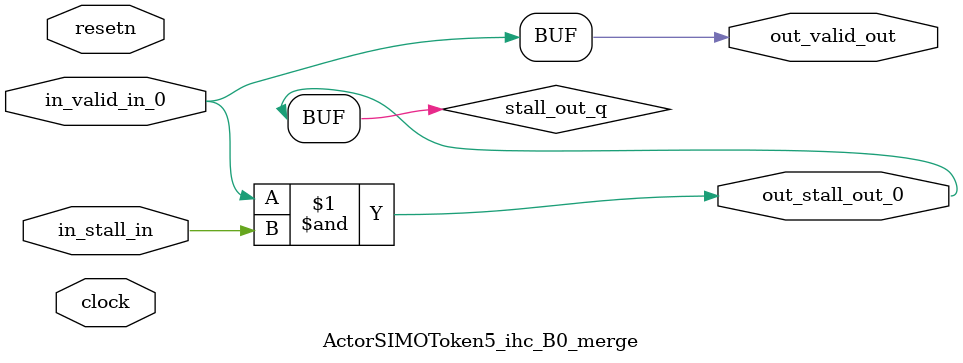
<source format=sv>



(* altera_attribute = "-name AUTO_SHIFT_REGISTER_RECOGNITION OFF; -name MESSAGE_DISABLE 10036; -name MESSAGE_DISABLE 10037; -name MESSAGE_DISABLE 14130; -name MESSAGE_DISABLE 14320; -name MESSAGE_DISABLE 15400; -name MESSAGE_DISABLE 14130; -name MESSAGE_DISABLE 10036; -name MESSAGE_DISABLE 12020; -name MESSAGE_DISABLE 12030; -name MESSAGE_DISABLE 12010; -name MESSAGE_DISABLE 12110; -name MESSAGE_DISABLE 14320; -name MESSAGE_DISABLE 13410; -name MESSAGE_DISABLE 113007; -name MESSAGE_DISABLE 10958" *)
module ActorSIMOToken5_ihc_B0_merge (
    input wire [0:0] in_stall_in,
    input wire [0:0] in_valid_in_0,
    output wire [0:0] out_stall_out_0,
    output wire [0:0] out_valid_out,
    input wire clock,
    input wire resetn
    );

    wire [0:0] stall_out_q;


    // stall_out(LOGICAL,6)
    assign stall_out_q = in_valid_in_0 & in_stall_in;

    // out_stall_out_0(GPOUT,4)
    assign out_stall_out_0 = stall_out_q;

    // out_valid_out(GPOUT,5)
    assign out_valid_out = in_valid_in_0;

endmodule

</source>
